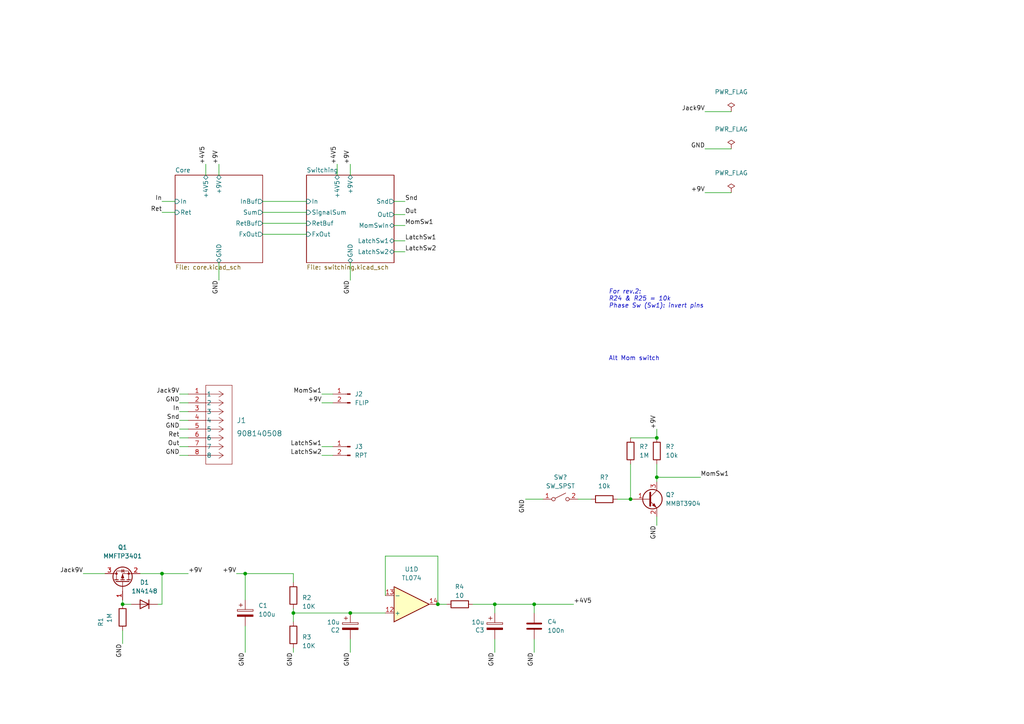
<source format=kicad_sch>
(kicad_sch (version 20211123) (generator eeschema)
  (paper "A4")
  (title_block (title "Read/Repeat") (date "2025-01-24") (rev "v1rev1") (company "Pedal Markt / Andrei Salomatin"))
  (lib_symbols
    (symbol "Amplifier_Operational:TL074" (pin_names (offset 0.127))
      (property "Reference" "U" (at 0 5.08 0))
      (property "Value" "TL074" (at 0 -5.08 0))
      (symbol "TL074_1_1"
        (polyline (pts (xy -5.08 5.08) (xy 5.08 0) (xy -5.08 -5.08) (xy -5.08 5.08)) (stroke (width 0.254)) (fill (type background)))
        (pin output line (at 7.62 0 180) (length 2.54) (name "~") (number "1"))
        (pin input line (at -7.62 -2.54 0) (length 2.54) (name "-") (number "2"))
        (pin input line (at -7.62 2.54 0) (length 2.54) (name "+") (number "3"))
      )
      (symbol "TL074_2_1"
        (polyline (pts (xy -5.08 5.08) (xy 5.08 0) (xy -5.08 -5.08) (xy -5.08 5.08)) (stroke (width 0.254)) (fill (type background)))
        (pin input line (at -7.62 2.54 0) (length 2.54) (name "+") (number "5"))
        (pin input line (at -7.62 -2.54 0) (length 2.54) (name "-") (number "6"))
        (pin output line (at 7.62 0 180) (length 2.54) (name "~") (number "7"))
      )
      (symbol "TL074_3_1"
        (polyline (pts (xy -5.08 5.08) (xy 5.08 0) (xy -5.08 -5.08) (xy -5.08 5.08)) (stroke (width 0.254)) (fill (type background)))
        (pin input line (at -7.62 2.54 0) (length 2.54) (name "+") (number "10"))
        (pin output line (at 7.62 0 180) (length 2.54) (name "~") (number "8"))
        (pin input line (at -7.62 -2.54 0) (length 2.54) (name "-") (number "9"))
      )
      (symbol "TL074_4_1"
        (polyline (pts (xy -5.08 5.08) (xy 5.08 0) (xy -5.08 -5.08) (xy -5.08 5.08)) (stroke (width 0.254)) (fill (type background)))
        (pin input line (at -7.62 2.54 0) (length 2.54) (name "+") (number "12"))
        (pin input line (at -7.62 -2.54 0) (length 2.54) (name "-") (number "13"))
        (pin output line (at 7.62 0 180) (length 2.54) (name "~") (number "14"))
      )
      (symbol "TL074_5_1"
        (pin power_in line (at -2.54 -7.62 90) (length 3.81) (name "V-") (number "11"))
        (pin power_in line (at -2.54 7.62 270) (length 3.81) (name "V+") (number "4"))
      )
    )
    (symbol "Connector:Conn_01x02_Male" (pin_names (offset 1.016) hide)
      (property "Reference" "J" (at 0 2.54 0))
      (property "Value" "Conn_01x02_Male" (at 0 -5.08 0))
      (symbol "Conn_01x02_Male_1_1"
        (polyline (pts (xy 1.27 -2.54) (xy 0.8636 -2.54)) (stroke (width 0.1524)))
        (polyline (pts (xy 1.27 0) (xy 0.8636 0)) (stroke (width 0.1524)))
        (rectangle (start 0.8636 -2.413) (end 0 -2.667) (stroke (width 0.1524)) (fill (type outline)))
        (rectangle (start 0.8636 0.127) (end 0 -0.127) (stroke (width 0.1524)) (fill (type outline)))
        (pin passive line (at 5.08 0 180) (length 3.81) (name "Pin_1") (number "1"))
        (pin passive line (at 5.08 -2.54 180) (length 3.81) (name "Pin_2") (number "2"))
      )
    )
    (symbol "Device:C" (pin_numbers hide) (pin_names (offset 0.254))
      (property "Reference" "C" (at 0.635 2.54 0))
      (property "Value" "C" (at 0.635 -2.54 0))
      (symbol "C_0_1"
        (polyline (pts (xy -2.032 -0.762) (xy 2.032 -0.762)) (stroke (width 0.508)))
        (polyline (pts (xy -2.032 0.762) (xy 2.032 0.762)) (stroke (width 0.508)))
      )
      (symbol "C_1_1"
        (pin passive line (at 0 3.81 270) (length 2.794) (name "~") (number "1"))
        (pin passive line (at 0 -3.81 90) (length 2.794) (name "~") (number "2"))
      )
    )
    (symbol "Device:C_Polarized" (pin_numbers hide) (pin_names (offset 0.254))
      (property "Reference" "C" (at 0.635 2.54 0))
      (property "Value" "C_Polarized" (at 0.635 -2.54 0))
      (symbol "C_Polarized_0_1"
        (rectangle (start -2.286 0.508) (end 2.286 1.016))
        (polyline (pts (xy -1.778 2.286) (xy -0.762 2.286)))
        (polyline (pts (xy -1.27 2.794) (xy -1.27 1.778)))
        (rectangle (start 2.286 -0.508) (end -2.286 -1.016) (fill (type outline)))
      )
      (symbol "C_Polarized_1_1"
        (pin passive line (at 0 3.81 270) (length 2.794) (name "~") (number "1"))
        (pin passive line (at 0 -3.81 90) (length 2.794) (name "~") (number "2"))
      )
    )
    (symbol "Device:Q_PMOS_GSD" (pin_names (offset 0) hide)
      (property "Reference" "Q" (at 5.08 1.27 0))
      (property "Value" "Q_PMOS_GSD" (at 5.08 -1.27 0))
      (symbol "Q_PMOS_GSD_0_1"
        (polyline (pts (xy 0.254 0) (xy -2.54 0)))
        (polyline (pts (xy 0.254 1.905) (xy 0.254 -1.905)) (stroke (width 0.254)))
        (polyline (pts (xy 0.762 -1.27) (xy 0.762 -2.286)) (stroke (width 0.254)))
        (polyline (pts (xy 0.762 0.508) (xy 0.762 -0.508)) (stroke (width 0.254)))
        (polyline (pts (xy 0.762 2.286) (xy 0.762 1.27)) (stroke (width 0.254)))
        (polyline (pts (xy 2.54 2.54) (xy 2.54 1.778)))
        (polyline (pts (xy 2.54 -2.54) (xy 2.54 0) (xy 0.762 0)))
        (polyline (pts (xy 0.762 1.778) (xy 3.302 1.778) (xy 3.302 -1.778) (xy 0.762 -1.778)))
        (polyline (pts (xy 2.286 0) (xy 1.27 0.381) (xy 1.27 -0.381) (xy 2.286 0)) (fill (type outline)))
        (polyline (pts (xy 2.794 -0.508) (xy 2.921 -0.381) (xy 3.683 -0.381) (xy 3.81 -0.254)))
        (polyline (pts (xy 3.302 -0.381) (xy 2.921 0.254) (xy 3.683 0.254) (xy 3.302 -0.381)))
        (circle (center 1.651 0) (radius 2.794) (stroke (width 0.254)))
        (circle (center 2.54 -1.778) (radius 0.254) (fill (type outline)))
        (circle (center 2.54 1.778) (radius 0.254) (fill (type outline)))
      )
      (symbol "Q_PMOS_GSD_1_1"
        (pin input line (at -5.08 0 0) (length 2.54) (name "G") (number "1"))
        (pin passive line (at 2.54 -5.08 90) (length 2.54) (name "S") (number "2"))
        (pin passive line (at 2.54 5.08 270) (length 2.54) (name "D") (number "3"))
      )
    )
    (symbol "Device:R" (pin_numbers hide) (pin_names (offset 0))
      (property "Reference" "R" (at 2.032 0 90))
      (property "Value" "R" (at 0 0 90))
      (symbol "R_0_1"
        (rectangle (start -1.016 -2.54) (end 1.016 2.54) (stroke (width 0.254)))
      )
      (symbol "R_1_1"
        (pin passive line (at 0 3.81 270) (length 1.27) (name "~") (number "1"))
        (pin passive line (at 0 -3.81 90) (length 1.27) (name "~") (number "2"))
      )
    )
    (symbol "Diode:1N4148" (pin_numbers hide) (pin_names hide)
      (property "Reference" "D" (at 0 2.54 0))
      (property "Value" "1N4148" (at 0 -2.54 0))
      (symbol "1N4148_0_1"
        (polyline (pts (xy -1.27 1.27) (xy -1.27 -1.27)) (stroke (width 0.254)))
        (polyline (pts (xy 1.27 0) (xy -1.27 0)))
        (polyline (pts (xy 1.27 1.27) (xy 1.27 -1.27) (xy -1.27 0) (xy 1.27 1.27)) (stroke (width 0.254)))
      )
      (symbol "1N4148_1_1"
        (pin passive line (at -3.81 0 0) (length 2.54) (name "K") (number "1"))
        (pin passive line (at 3.81 0 180) (length 2.54) (name "A") (number "2"))
      )
    )
    (symbol "Switch:SW_SPST" (pin_names (offset 0) hide)
      (property "Reference" "SW" (at 0 3.175 0))
      (property "Value" "SW_SPST" (at 0 -2.54 0))
      (symbol "SW_SPST_0_0"
        (circle (center -2.032 0) (radius 0.508))
        (polyline (pts (xy -1.524 0.254) (xy 1.524 1.778)))
        (circle (center 2.032 0) (radius 0.508))
      )
      (symbol "SW_SPST_1_1"
        (pin passive line (at -5.08 0 0) (length 2.54) (name "A") (number "1"))
        (pin passive line (at 5.08 0 180) (length 2.54) (name "B") (number "2"))
      )
    )
    (symbol "Transistor_BJT:MMBT3904" (pin_names (offset 0) hide)
      (property "Reference" "Q" (at 5.08 1.905 0))
      (property "Value" "MMBT3904" (at 5.08 0 0))
      (symbol "MMBT3904_0_1"
        (polyline (pts (xy 0.635 0.635) (xy 2.54 2.54)))
        (polyline (pts (xy 0.635 -0.635) (xy 2.54 -2.54) (xy 2.54 -2.54)))
        (polyline (pts (xy 0.635 1.905) (xy 0.635 -1.905) (xy 0.635 -1.905)) (stroke (width 0.508)))
        (polyline (pts (xy 1.27 -1.778) (xy 1.778 -1.27) (xy 2.286 -2.286) (xy 1.27 -1.778) (xy 1.27 -1.778)) (fill (type outline)))
        (circle (center 1.27 0) (radius 2.8194) (stroke (width 0.254)))
      )
      (symbol "MMBT3904_1_1"
        (pin input line (at -5.08 0 0) (length 5.715) (name "B") (number "1"))
        (pin passive line (at 2.54 -5.08 90) (length 2.54) (name "E") (number "2"))
        (pin passive line (at 2.54 5.08 270) (length 2.54) (name "C") (number "3"))
      )
    )
    (symbol "molex-picoflex8:908140508" (pin_names (offset 0.254))
      (property "Reference" "J" (at 8.89 6.35 0))
      (property "Value" "908140508" (at 0 0 0))
      (symbol "908140508_1_1"
        (polyline (pts (xy 5.08 -20.32) (xy 12.7 -20.32)) (stroke (width 0.127)))
        (polyline (pts (xy 5.08 2.54) (xy 5.08 -20.32)) (stroke (width 0.127)))
        (polyline (pts (xy 10.16 -17.78) (xy 5.08 -17.78)) (stroke (width 0.127)))
        (polyline (pts (xy 10.16 -17.78) (xy 8.89 -18.6267)) (stroke (width 0.127)))
        (polyline (pts (xy 10.16 -17.78) (xy 8.89 -16.9333)) (stroke (width 0.127)))
        (polyline (pts (xy 10.16 -15.24) (xy 5.08 -15.24)) (stroke (width 0.127)))
        (polyline (pts (xy 10.16 -15.24) (xy 8.89 -16.0867)) (stroke (width 0.127)))
        (polyline (pts (xy 10.16 -15.24) (xy 8.89 -14.3933)) (stroke (width 0.127)))
        (polyline (pts (xy 10.16 -12.7) (xy 5.08 -12.7)) (stroke (width 0.127)))
        (polyline (pts (xy 10.16 -12.7) (xy 8.89 -13.5467)) (stroke (width 0.127)))
        (polyline (pts (xy 10.16 -12.7) (xy 8.89 -11.8533)) (stroke (width 0.127)))
        (polyline (pts (xy 10.16 -10.16) (xy 5.08 -10.16)) (stroke (width 0.127)))
        (polyline (pts (xy 10.16 -10.16) (xy 8.89 -11.0067)) (stroke (width 0.127)))
        (polyline (pts (xy 10.16 -10.16) (xy 8.89 -9.3133)) (stroke (width 0.127)))
        (polyline (pts (xy 10.16 -7.62) (xy 5.08 -7.62)) (stroke (width 0.127)))
        (polyline (pts (xy 10.16 -7.62) (xy 8.89 -8.4667)) (stroke (width 0.127)))
        (polyline (pts (xy 10.16 -7.62) (xy 8.89 -6.7733)) (stroke (width 0.127)))
        (polyline (pts (xy 10.16 -5.08) (xy 5.08 -5.08)) (stroke (width 0.127)))
        (polyline (pts (xy 10.16 -5.08) (xy 8.89 -5.9267)) (stroke (width 0.127)))
        (polyline (pts (xy 10.16 -5.08) (xy 8.89 -4.2333)) (stroke (width 0.127)))
        (polyline (pts (xy 10.16 -2.54) (xy 5.08 -2.54)) (stroke (width 0.127)))
        (polyline (pts (xy 10.16 -2.54) (xy 8.89 -3.3867)) (stroke (width 0.127)))
        (polyline (pts (xy 10.16 -2.54) (xy 8.89 -1.6933)) (stroke (width 0.127)))
        (polyline (pts (xy 10.16 0) (xy 5.08 0)) (stroke (width 0.127)))
        (polyline (pts (xy 10.16 0) (xy 8.89 -0.8467)) (stroke (width 0.127)))
        (polyline (pts (xy 10.16 0) (xy 8.89 0.8467)) (stroke (width 0.127)))
        (polyline (pts (xy 12.7 -20.32) (xy 12.7 2.54)) (stroke (width 0.127)))
        (polyline (pts (xy 12.7 2.54) (xy 5.08 2.54)) (stroke (width 0.127)))
        (pin unspecified line (at 0 0 0) (length 5.08) (name "1") (number "1"))
        (pin unspecified line (at 0 -2.54 0) (length 5.08) (name "2") (number "2"))
        (pin unspecified line (at 0 -5.08 0) (length 5.08) (name "3") (number "3"))
        (pin unspecified line (at 0 -7.62 0) (length 5.08) (name "4") (number "4"))
        (pin unspecified line (at 0 -10.16 0) (length 5.08) (name "5") (number "5"))
        (pin unspecified line (at 0 -12.7 0) (length 5.08) (name "6") (number "6"))
        (pin unspecified line (at 0 -15.24 0) (length 5.08) (name "7") (number "7"))
        (pin unspecified line (at 0 -17.78 0) (length 5.08) (name "8") (number "8"))
      )
      (symbol "908140508_1_2"
        (polyline (pts (xy 5.08 -20.32) (xy 12.7 -20.32)) (stroke (width 0.127)))
        (polyline (pts (xy 5.08 2.54) (xy 5.08 -20.32)) (stroke (width 0.127)))
        (polyline (pts (xy 7.62 -17.78) (xy 5.08 -17.78)) (stroke (width 0.127)))
        (polyline (pts (xy 7.62 -17.78) (xy 8.89 -18.6267)) (stroke (width 0.127)))
        (polyline (pts (xy 7.62 -17.78) (xy 8.89 -16.9333)) (stroke (width 0.127)))
        (polyline (pts (xy 7.62 -15.24) (xy 5.08 -15.24)) (stroke (width 0.127)))
        (polyline (pts (xy 7.62 -15.24) (xy 8.89 -16.0867)) (stroke (width 0.127)))
        (polyline (pts (xy 7.62 -15.24) (xy 8.89 -14.3933)) (stroke (width 0.127)))
        (polyline (pts (xy 7.62 -12.7) (xy 5.08 -12.7)) (stroke (width 0.127)))
        (polyline (pts (xy 7.62 -12.7) (xy 8.89 -13.5467)) (stroke (width 0.127)))
        (polyline (pts (xy 7.62 -12.7) (xy 8.89 -11.8533)) (stroke (width 0.127)))
        (polyline (pts (xy 7.62 -10.16) (xy 5.08 -10.16)) (stroke (width 0.127)))
        (polyline (pts (xy 7.62 -10.16) (xy 8.89 -11.0067)) (stroke (width 0.127)))
        (polyline (pts (xy 7.62 -10.16) (xy 8.89 -9.3133)) (stroke (width 0.127)))
        (polyline (pts (xy 7.62 -7.62) (xy 5.08 -7.62)) (stroke (width 0.127)))
        (polyline (pts (xy 7.62 -7.62) (xy 8.89 -8.4667)) (stroke (width 0.127)))
        (polyline (pts (xy 7.62 -7.62) (xy 8.89 -6.7733)) (stroke (width 0.127)))
        (polyline (pts (xy 7.62 -5.08) (xy 5.08 -5.08)) (stroke (width 0.127)))
        (polyline (pts (xy 7.62 -5.08) (xy 8.89 -5.9267)) (stroke (width 0.127)))
        (polyline (pts (xy 7.62 -5.08) (xy 8.89 -4.2333)) (stroke (width 0.127)))
        (polyline (pts (xy 7.62 -2.54) (xy 5.08 -2.54)) (stroke (width 0.127)))
        (polyline (pts (xy 7.62 -2.54) (xy 8.89 -3.3867)) (stroke (width 0.127)))
        (polyline (pts (xy 7.62 -2.54) (xy 8.89 -1.6933)) (stroke (width 0.127)))
        (polyline (pts (xy 7.62 0) (xy 5.08 0)) (stroke (width 0.127)))
        (polyline (pts (xy 7.62 0) (xy 8.89 -0.8467)) (stroke (width 0.127)))
        (polyline (pts (xy 7.62 0) (xy 8.89 0.8467)) (stroke (width 0.127)))
        (polyline (pts (xy 12.7 -20.32) (xy 12.7 2.54)) (stroke (width 0.127)))
        (polyline (pts (xy 12.7 2.54) (xy 5.08 2.54)) (stroke (width 0.127)))
        (pin unspecified line (at 0 0 0) (length 5.08) (name "1") (number "1"))
        (pin unspecified line (at 0 -2.54 0) (length 5.08) (name "2") (number "2"))
        (pin unspecified line (at 0 -5.08 0) (length 5.08) (name "3") (number "3"))
        (pin unspecified line (at 0 -7.62 0) (length 5.08) (name "4") (number "4"))
        (pin unspecified line (at 0 -10.16 0) (length 5.08) (name "5") (number "5"))
        (pin unspecified line (at 0 -12.7 0) (length 5.08) (name "6") (number "6"))
        (pin unspecified line (at 0 -15.24 0) (length 5.08) (name "7") (number "7"))
        (pin unspecified line (at 0 -17.78 0) (length 5.08) (name "8") (number "8"))
      )
    )
    (symbol "power:PWR_FLAG" (power) (pin_numbers hide) (pin_names (offset 0) hide)
      (property "Value" "PWR_FLAG" (at 0 3.81 0))
      (symbol "PWR_FLAG_0_0"
        (pin power_out line (at 0 0 90) (length 0) (name "pwr") (number "1"))
      )
      (symbol "PWR_FLAG_0_1"
        (polyline (pts (xy 0 0) (xy 0 1.27) (xy -1.016 1.905) (xy 0 2.54) (xy 1.016 1.905) (xy 0 1.27)))
      )
    )
  )
  (junction (at 85.09 177.8))
  (junction (at 35.56 175.26))
  (junction (at 190.5 127))
  (junction (at 127 175.26))
  (junction (at 71.12 166.37))
  (junction (at 190.5 138.43))
  (junction (at 143.51 175.26))
  (junction (at 182.88 144.78))
  (junction (at 46.99 166.37))
  (junction (at 154.94 175.26))
  (junction (at 101.6 177.8))
  (wire (pts (xy 40.64 166.37) (xy 46.99 166.37)))
  (wire (pts (xy 46.99 166.37) (xy 46.99 175.26)))
  (wire (pts (xy 114.3 65.405) (xy 117.475 65.405)))
  (wire (pts (xy 46.99 61.595) (xy 50.8 61.595)))
  (wire (pts (xy 93.345 132.08) (xy 96.52 132.08)))
  (wire (pts (xy 63.5 76.2) (xy 63.5 81.28)))
  (wire (pts (xy 143.51 185.42) (xy 143.51 189.23)))
  (wire (pts (xy 93.345 129.54) (xy 96.52 129.54)))
  (wire (pts (xy 143.51 175.26) (xy 154.94 175.26)))
  (wire (pts (xy 35.56 182.88) (xy 35.56 186.69)))
  (wire (pts (xy 182.88 134.62) (xy 182.88 144.78)))
  (wire (pts (xy 52.07 116.84) (xy 54.61 116.84)))
  (wire (pts (xy 204.47 43.18) (xy 212.09 43.18)))
  (wire (pts (xy 190.5 138.43) (xy 203.2 138.43)))
  (wire (pts (xy 167.64 144.78) (xy 171.45 144.78)))
  (wire (pts (xy 46.99 166.37) (xy 54.61 166.37)))
  (wire (pts (xy 111.76 172.72) (xy 111.76 161.29)))
  (wire (pts (xy 179.07 144.78) (xy 182.88 144.78)))
  (wire (pts (xy 35.56 173.99) (xy 35.56 175.26)))
  (wire (pts (xy 190.5 149.86) (xy 190.5 152.4)))
  (wire (pts (xy 114.3 73.025) (xy 117.475 73.025)))
  (wire (pts (xy 63.5 47.625) (xy 63.5 50.8)))
  (wire (pts (xy 71.12 166.37) (xy 71.12 173.99)))
  (wire (pts (xy 204.47 32.385) (xy 212.09 32.385)))
  (wire (pts (xy 114.3 69.85) (xy 117.475 69.85)))
  (wire (pts (xy 101.6 47.625) (xy 101.6 50.8)))
  (wire (pts (xy 114.3 62.23) (xy 117.475 62.23)))
  (wire (pts (xy 154.94 175.26) (xy 154.94 177.8)))
  (wire (pts (xy 85.09 187.96) (xy 85.09 189.23)))
  (wire (pts (xy 85.09 180.34) (xy 85.09 177.8)))
  (wire (pts (xy 76.2 61.595) (xy 88.9 61.595)))
  (wire (pts (xy 190.5 134.62) (xy 190.5 138.43)))
  (wire (pts (xy 68.58 166.37) (xy 71.12 166.37)))
  (wire (pts (xy 71.12 166.37) (xy 85.09 166.37)))
  (wire (pts (xy 52.07 132.08) (xy 54.61 132.08)))
  (wire (pts (xy 114.3 58.42) (xy 117.475 58.42)))
  (wire (pts (xy 127 161.29) (xy 127 175.26)))
  (wire (pts (xy 46.99 58.42) (xy 50.8 58.42)))
  (wire (pts (xy 76.2 67.945) (xy 88.9 67.945)))
  (wire (pts (xy 45.72 175.26) (xy 46.99 175.26)))
  (wire (pts (xy 190.5 124.46) (xy 190.5 127)))
  (wire (pts (xy 127 175.26) (xy 129.54 175.26)))
  (wire (pts (xy 76.2 58.42) (xy 88.9 58.42)))
  (wire (pts (xy 93.345 114.3) (xy 96.52 114.3)))
  (wire (pts (xy 154.94 175.26) (xy 166.37 175.26)))
  (wire (pts (xy 97.79 47.625) (xy 97.79 50.8)))
  (wire (pts (xy 182.88 127) (xy 190.5 127)))
  (wire (pts (xy 52.07 114.3) (xy 54.61 114.3)))
  (wire (pts (xy 85.09 176.53) (xy 85.09 177.8)))
  (wire (pts (xy 137.16 175.26) (xy 143.51 175.26)))
  (wire (pts (xy 52.07 129.54) (xy 54.61 129.54)))
  (wire (pts (xy 111.76 161.29) (xy 127 161.29)))
  (wire (pts (xy 35.56 175.26) (xy 38.1 175.26)))
  (wire (pts (xy 59.69 47.625) (xy 59.69 50.8)))
  (wire (pts (xy 85.09 177.8) (xy 101.6 177.8)))
  (wire (pts (xy 190.5 138.43) (xy 190.5 139.7)))
  (wire (pts (xy 204.47 55.88) (xy 212.09 55.88)))
  (wire (pts (xy 52.07 127) (xy 54.61 127)))
  (wire (pts (xy 76.2 64.77) (xy 88.9 64.77)))
  (wire (pts (xy 71.12 181.61) (xy 71.12 189.23)))
  (wire (pts (xy 93.345 116.84) (xy 96.52 116.84)))
  (wire (pts (xy 101.6 76.2) (xy 101.6 81.28)))
  (wire (pts (xy 101.6 177.8) (xy 111.76 177.8)))
  (wire (pts (xy 24.13 166.37) (xy 30.48 166.37)))
  (wire (pts (xy 52.07 124.46) (xy 54.61 124.46)))
  (wire (pts (xy 52.07 119.38) (xy 54.61 119.38)))
  (wire (pts (xy 101.6 185.42) (xy 101.6 189.23)))
  (wire (pts (xy 154.94 185.42) (xy 154.94 189.23)))
  (wire (pts (xy 52.07 121.92) (xy 54.61 121.92)))
  (wire (pts (xy 152.4 144.78) (xy 157.48 144.78)))
  (wire (pts (xy 143.51 175.26) (xy 143.51 177.8)))
  (wire (pts (xy 85.09 166.37) (xy 85.09 168.91)))
  (text "For rev.2:\nR24 & R25 = 10k\nPhase Sw (Sw1): invert pins" (at 176.53 89.535 0) (effects (font (size 1.27 1.27) italic) (justify left bottom)))
  (text "Alt Mom switch" (at 176.53 104.775 0) (effects (font (size 1.27 1.27)) (justify left bottom)))
  (label "GND" (at 35.56 186.69 270))
  (label "GND" (at 52.07 116.84 180))
  (label "+4V5" (at 97.79 47.625 90))
  (label "GND" (at 52.07 124.46 180))
  (label "In" (at 52.07 119.38 180))
  (label "+9V" (at 204.47 55.88 180))
  (label "GND" (at 101.6 189.23 270))
  (label "GND" (at 204.47 43.18 180))
  (label "Jack9V" (at 24.13 166.37 180))
  (label "GND" (at 101.6 81.28 270))
  (label "GND" (at 190.5 152.4 270))
  (label "+4V5" (at 59.69 47.625 90))
  (label "+9V" (at 54.61 166.37 0))
  (label "GND" (at 52.07 132.08 180))
  (label "Out" (at 52.07 129.54 180))
  (label "+9V" (at 101.6 47.625 90))
  (label "LatchSw2" (at 93.345 132.08 180))
  (label "Jack9V" (at 204.47 32.385 180))
  (label "+9V" (at 63.5 47.625 90))
  (label "GND" (at 63.5 81.28 270))
  (label "+9V" (at 68.58 166.37 180))
  (label "In" (at 46.99 58.42 180))
  (label "Ret" (at 52.07 127 180))
  (label "+9V" (at 190.5 124.46 90))
  (label "+4V5" (at 166.37 175.26 0))
  (label "MomSw1" (at 93.345 114.3 180))
  (label "Snd" (at 52.07 121.92 180))
  (label "MomSw1" (at 117.475 65.405 0))
  (label "LatchSw1" (at 117.475 69.85 0))
  (label "GND" (at 152.4 144.78 270))
  (label "GND" (at 143.51 189.23 270))
  (label "LatchSw1" (at 93.345 129.54 180))
  (label "LatchSw2" (at 117.475 73.025 0))
  (label "MomSw1" (at 203.2 138.43 0))
  (label "Snd" (at 117.475 58.42 0))
  (label "Out" (at 117.475 62.23 0))
  (label "GND" (at 85.09 189.23 270))
  (label "Jack9V" (at 52.07 114.3 180))
  (label "GND" (at 71.12 189.23 270))
  (label "Ret" (at 46.99 61.595 180))
  (label "+9V" (at 93.345 116.84 180))
  (label "GND" (at 154.94 189.23 270))
  (symbol (lib_id "power:PWR_FLAG") (at 212.09 43.18 0) (unit 1)
    (property "Reference" "#FLG0102" (effects hide))
    (property "Value" "PWR_FLAG" (at 212.09 37.465 0))
  )
  (symbol (lib_id "Device:R") (at 190.5 130.81 0) (unit 1)
    (property "Reference" "R?" (at 193.04 129.5399 0) (effects (justify left)))
    (property "Value" "10k" (at 193.04 132.0799 0) (effects (justify left)))
  )
  (symbol (lib_id "Diode:1N4148") (at 41.91 175.26 180) (unit 1)
    (property "Reference" "D1" (at 41.91 168.91 0))
    (property "Value" "1N4148" (at 41.91 171.45 0))
    (property "Footprint" "Diode_SMD:D_SOD-323_HandSoldering" (effects hide))
    (property "Datasheet" "https://assets.nexperia.com/documents/data-sheet/1N4148_1N4448.pdf" (effects hide))
    (property "Mouser" "https://eu.mouser.com/ProductDetail/Micro-Commercial-Components-MCC/1N4148WX-TP?qs=Vo7e0yZOYdH7fKyVBspYOg%3D%3D" (effects hide))
  )
  (symbol (lib_id "Amplifier_Operational:TL074") (at 119.38 175.26 0) (mirror x) (unit 4)
    (property "Reference" "U1" (at 119.38 165.1 0))
    (property "Value" "TL074" (at 119.38 167.64 0))
    (property "Footprint" "Package_SO:SOIC-14_3.9x8.7mm_P1.27mm" (effects hide))
    (property "Datasheet" "http://www.ti.com/lit/ds/symlink/tl071.pdf" (effects hide))
    (property "Mouser" "595-TL074IDR" (effects hide))
  )
  (symbol (lib_id "Device:R") (at 133.35 175.26 90) (unit 1)
    (property "Reference" "R4" (at 134.62 170.18 90) (effects (justify left)))
    (property "Value" "10" (at 134.62 172.72 90) (effects (justify left)))
    (property "Footprint" "Resistor_SMD:R_0603_1608Metric_Pad0.98x0.95mm_HandSolder" (effects hide))
  )
  (symbol (lib_id "power:PWR_FLAG") (at 212.09 32.385 0) (unit 1)
    (property "Reference" "#FLG0103" (effects hide))
    (property "Value" "PWR_FLAG" (at 212.09 26.67 0))
  )
  (symbol (lib_id "Transistor_BJT:MMBT3904") (at 187.96 144.78 0) (unit 1)
    (property "Reference" "Q?" (at 193.04 143.5099 0) (effects (justify left)))
    (property "Value" "MMBT3904" (at 193.04 146.0499 0) (effects (justify left)))
    (property "Footprint" "Package_TO_SOT_SMD:SOT-23" (effects hide))
    (property "Datasheet" "https://www.onsemi.com/pub/Collateral/2N3903-D.PDF" (effects hide))
  )
  (symbol (lib_id "Connector:Conn_01x02_Male") (at 101.6 114.3 0) (mirror y) (unit 1)
    (property "Reference" "J2" (at 102.87 114.2999 0) (effects (justify right)))
    (property "Value" "FLIP" (at 102.87 116.8399 0) (effects (justify right)))
    (property "Footprint" "Connector_JST:JST_XH_B2B-XH-A_1x02_P2.50mm_Vertical" (effects hide))
  )
  (symbol (lib_id "Switch:SW_SPST") (at 162.56 144.78 0) (unit 1)
    (property "Reference" "SW?" (at 162.56 138.43 0))
    (property "Value" "SW_SPST" (at 162.56 140.97 0))
  )
  (symbol (lib_id "Device:Q_PMOS_GSD") (at 35.56 168.91 90) (unit 1)
    (property "Reference" "Q1" (at 35.56 158.75 90))
    (property "Value" "MMFTP3401" (at 35.56 161.29 90))
    (property "Footprint" "Package_TO_SOT_SMD:SOT-23" (effects hide))
  )
  (symbol (lib_id "Connector:Conn_01x02_Male") (at 101.6 129.54 0) (mirror y) (unit 1)
    (property "Reference" "J3" (at 102.87 129.5399 0) (effects (justify right)))
    (property "Value" "RPT" (at 102.87 132.0799 0) (effects (justify right)))
    (property "Footprint" "Connector_JST:JST_XH_B2B-XH-A_1x02_P2.50mm_Vertical" (effects hide))
  )
  (symbol (lib_id "Device:C_Polarized") (at 143.51 181.61 0) (unit 1)
    (property "Reference" "C3" (at 140.5128 182.7784 0) (effects (justify right)))
    (property "Value" "10u" (at 140.5128 180.467 0) (effects (justify right)))
    (property "Footprint" "Capacitor_SMD:CP_Elec_5x5.4" (effects hide))
    (property "LCSC" "C294524" (effects hide))
    (property "Mouser" "710-865080440002" (effects hide))
  )
  (symbol (lib_id "Device:C_Polarized") (at 71.12 177.8 0) (unit 1)
    (property "Reference" "C1" (at 74.93 175.6409 0) (effects (justify left)))
    (property "Value" "100u" (at 74.93 178.1809 0) (effects (justify left)))
    (property "Footprint" "Capacitor_SMD:CP_Elec_6.3x5.4" (effects hide))
    (property "LCSC" "C4747963" (effects hide))
    (property "Mouser" "598-107SML016M" (effects hide))
  )
  (symbol (lib_id "Device:C_Polarized") (at 101.6 181.61 0) (unit 1)
    (property "Reference" "C2" (at 98.6028 182.7784 0) (effects (justify right)))
    (property "Value" "10u" (at 98.6028 180.467 0) (effects (justify right)))
    (property "Footprint" "Capacitor_SMD:CP_Elec_5x5.4" (effects hide))
    (property "LCSC" "C294524" (effects hide))
    (property "Mouser" "710-865080440002" (effects hide))
  )
  (symbol (lib_id "Device:R") (at 182.88 130.81 0) (unit 1)
    (property "Reference" "R?" (at 185.42 129.5399 0) (effects (justify left)))
    (property "Value" "1M" (at 185.42 132.0799 0) (effects (justify left)))
  )
  (symbol (lib_id "molex-picoflex8:908140508") (at 54.61 114.3 0) (unit 1)
    (property "Reference" "J1" (at 68.58 121.92 0) (effects (font (size 1.524 1.524)) (justify left)))
    (property "Value" "908140508" (at 68.58 125.73 0) (effects (font (size 1.524 1.524)) (justify left)))
    (property "Footprint" "molex-picoflex8:CONN_SDA-90814_08_MOL" (effects hide))
    (property "Datasheet" "908140508" (effects hide))
  )
  (symbol (lib_id "Device:R") (at 35.56 179.07 180) (unit 1)
    (property "Reference" "R1" (at 29.21 179.07 90) (effects (justify left)))
    (property "Value" "1M" (at 31.75 177.8 90) (effects (justify left)))
    (property "Footprint" "Resistor_SMD:R_0603_1608Metric_Pad0.98x0.95mm_HandSolder" (effects hide))
  )
  (symbol (lib_id "Device:R") (at 85.09 172.72 0) (unit 1)
    (property "Reference" "R2" (at 87.63 173.355 0) (effects (justify left)))
    (property "Value" "10K" (at 87.63 175.895 0) (effects (justify left)))
    (property "Footprint" "Resistor_SMD:R_0603_1608Metric_Pad0.98x0.95mm_HandSolder" (effects hide))
  )
  (symbol (lib_id "Device:R") (at 85.09 184.15 0) (unit 1)
    (property "Reference" "R3" (at 87.63 184.785 0) (effects (justify left)))
    (property "Value" "10K" (at 87.63 187.325 0) (effects (justify left)))
    (property "Footprint" "Resistor_SMD:R_0603_1608Metric_Pad0.98x0.95mm_HandSolder" (effects hide))
  )
  (symbol (lib_id "Device:R") (at 175.26 144.78 90) (unit 1)
    (property "Reference" "R?" (at 175.26 138.43 90))
    (property "Value" "10k" (at 175.26 140.97 90))
  )
  (symbol (lib_id "Device:C") (at 154.94 181.61 180) (unit 1)
    (property "Reference" "C4" (at 158.75 180.3399 0) (effects (justify right)))
    (property "Value" "100n" (at 158.75 182.8799 0) (effects (justify right)))
    (property "Footprint" "Capacitor_SMD:C_0603_1608Metric_Pad1.08x0.95mm_HandSolder" (effects hide))
  )
  (symbol (lib_id "power:PWR_FLAG") (at 212.09 55.88 0) (unit 1)
    (property "Reference" "#FLG0101" (effects hide))
    (property "Value" "PWR_FLAG" (at 212.09 50.165 0))
  )
  (sheet (at 50.8 50.8) (size 25.4 25.4) (stroke (width 0.1524))
    (property "Sheet name" "Core" (at 50.8 50.0884 0) (effects (justify left bottom)))
    (property "Sheet file" "core.kicad_sch" (at 50.8 76.7846 0) (effects (justify left top)))
    (pin "+4V5" bidirectional (at 59.69 50.8 90))
    (pin "Sum" output (at 76.2 61.595 0))
    (pin "GND" bidirectional (at 63.5 76.2 270))
    (pin "Ret" input (at 50.8 61.595 180))
    (pin "InBuf" output (at 76.2 58.42 0))
    (pin "In" input (at 50.8 58.42 180))
    (pin "+9V" bidirectional (at 63.5 50.8 90))
    (pin "RetBuf" output (at 76.2 64.77 0))
    (pin "FxOut" output (at 76.2 67.945 0))
  )
  (sheet (at 88.9 50.8) (size 25.4 25.4) (stroke (width 0.1524))
    (property "Sheet name" "Switching" (at 88.9 50.0884 0) (effects (justify left bottom)))
    (property "Sheet file" "switching.kicad_sch" (at 88.9 76.7846 0) (effects (justify left top)))
    (pin "Snd" output (at 114.3 58.42 0))
    (pin "+4V5" bidirectional (at 97.79 50.8 90))
    (pin "GND" bidirectional (at 101.6 76.2 270))
    (pin "+9V" bidirectional (at 101.6 50.8 90))
    (pin "SignalSum" input (at 88.9 61.595 180))
    (pin "In" input (at 88.9 58.42 180))
    (pin "Out" output (at 114.3 62.23 0))
    (pin "RetBuf" input (at 88.9 64.77 180))
    (pin "FxOut" input (at 88.9 67.945 180))
    (pin "MomSwIn" bidirectional (at 114.3 65.405 0))
    (pin "LatchSw1" bidirectional (at 114.3 69.85 0))
    (pin "LatchSw2" bidirectional (at 114.3 73.025 0))
  )
)
</source>
